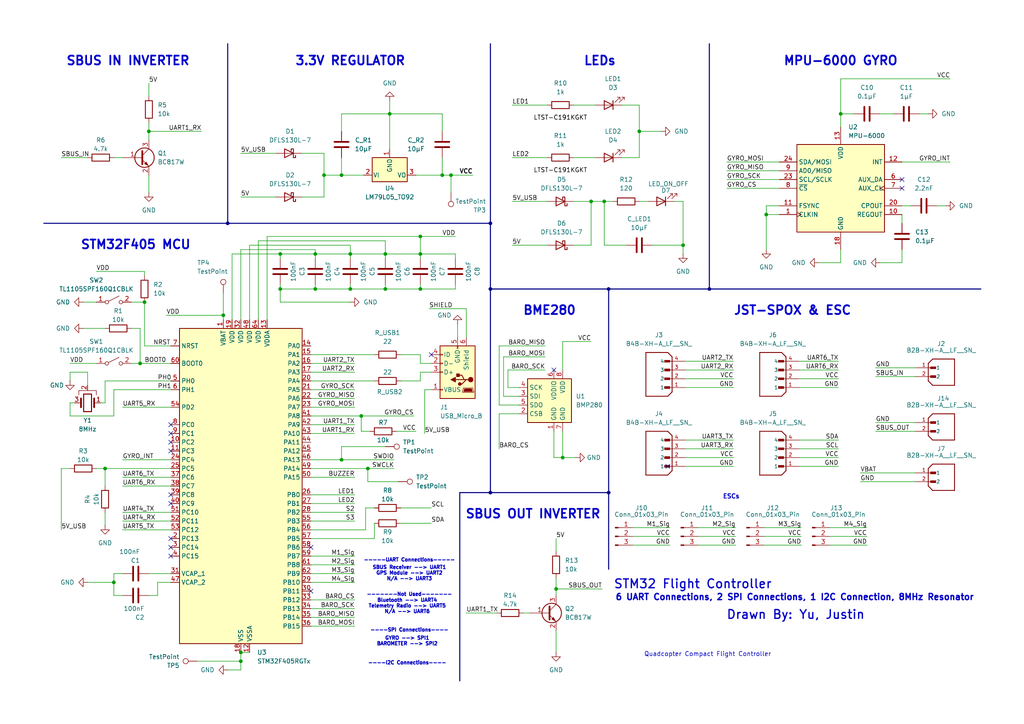
<source format=kicad_sch>
(kicad_sch (version 20231120) (generator "eeschema") (generator_version "8.0")
  (paper "A4")
  (lib_symbols
    (symbol "B2B-XH-A__LF__SN_:B2B-XH-A__LF__SN_" (pin_names (offset 1.016))
      (property "Reference" "J" (at -2.54 6.35 0))
      (property "Value" "B2B-XH-A__LF__SN_" (at -2.54 -5.08 0))
      (symbol "B2B-XH-A__LF__SN__0_0"
        (pin passive line (at -7.62 2.54 0) (length 5.08) (name "1") (number "1"))
        (pin passive line (at -7.62 0 0) (length 5.08) (name "2") (number "2"))
      )
    )
    (symbol "B4B-XH-A_LF__SN_:B4B-XH-A_LF__SN_" (pin_names (offset 1.016))
      (property "Reference" "J" (at -2.54 6.35 0))
      (property "Value" "B4B-XH-A_LF__SN_" (at -2.54 -10.16 0))
      (symbol "B4B-XH-A_LF__SN__0_0"
        (pin passive line (at -7.62 2.54 0) (length 5.08) (name "1") (number "1"))
        (pin passive line (at -7.62 0 0) (length 5.08) (name "2") (number "2"))
        (pin passive line (at -7.62 -2.54 0) (length 5.08) (name "3") (number "3"))
        (pin passive line (at -7.62 -5.08 0) (length 5.08) (name "4") (number "4"))
      )
    )
    (symbol "Connector:Conn_01x03_Pin" (pin_names (offset 1.016) hide)
      (property "Reference" "J" (at 0 5.08 0))
      (property "Value" "Conn_01x03_Pin" (at 0 -5.08 0))
      (symbol "Conn_01x03_Pin_1_1"
        (pin passive line (at 5.08 2.54 180) (length 3.81) (name "Pin_1") (number "1"))
        (pin passive line (at 5.08 0 180) (length 3.81) (name "Pin_2") (number "2"))
        (pin passive line (at 5.08 -2.54 180) (length 3.81) (name "Pin_3") (number "3"))
      )
    )
    (symbol "Connector:TestPoint" (pin_numbers hide) (pin_names (offset 0.762) hide)
      (property "Reference" "TP" (at 0 6.858 0))
      (property "Value" "TestPoint" (at 0 5.08 0))
      (symbol "TestPoint_1_1"
        (pin passive line (at 0 0 90) (length 2.54) (name "1") (number "1"))
      )
    )
    (symbol "Connector:USB_B_Micro" (pin_names (offset 1.016))
      (property "Reference" "J" (at -5.08 11.43 0))
      (property "Value" "USB_B_Micro" (at -5.08 8.89 0))
      (symbol "USB_B_Micro_1_1"
        (pin power_out line (at 7.62 5.08 180) (length 2.54) (name "VBUS") (number "1"))
        (pin bidirectional line (at 7.62 -2.54 180) (length 2.54) (name "D-") (number "2"))
        (pin bidirectional line (at 7.62 0 180) (length 2.54) (name "D+") (number "3"))
        (pin passive line (at 7.62 -5.08 180) (length 2.54) (name "ID") (number "4"))
        (pin power_out line (at 0 -10.16 90) (length 2.54) (name "GND") (number "5"))
        (pin passive line (at -2.54 -10.16 90) (length 2.54) (name "Shield") (number "6"))
      )
    )
    (symbol "Device:C" (pin_numbers hide) (pin_names (offset 0.254))
      (property "Reference" "C" (at 0.635 2.54 0))
      (property "Value" "C" (at 0.635 -2.54 0))
      (symbol "C_1_1"
        (pin passive line (at 0 3.81 270) (length 2.794) (name "~") (number "1"))
        (pin passive line (at 0 -3.81 90) (length 2.794) (name "~") (number "2"))
      )
    )
    (symbol "Device:Crystal_GND2" (pin_names (offset 1.016) hide)
      (property "Reference" "Y" (at 0 5.715 0))
      (property "Value" "Crystal_GND2" (at 0 3.81 0))
      (symbol "Crystal_GND2_1_1"
        (pin passive line (at -3.81 0 0) (length 1.27) (name "1") (number "1"))
        (pin passive line (at 0 -5.08 90) (length 1.27) (name "2") (number "2"))
        (pin passive line (at 3.81 0 180) (length 1.27) (name "3") (number "3"))
      )
    )
    (symbol "Device:D_Schottky" (pin_numbers hide) (pin_names (offset 1.016) hide)
      (property "Reference" "D" (at 0 2.54 0))
      (property "Value" "D_Schottky" (at 0 -2.54 0))
      (symbol "D_Schottky_1_1"
        (pin passive line (at -3.81 0 0) (length 2.54) (name "K") (number "1"))
        (pin passive line (at 3.81 0 180) (length 2.54) (name "A") (number "2"))
      )
    )
    (symbol "Device:LED" (pin_numbers hide) (pin_names (offset 1.016) hide)
      (property "Reference" "D" (at 0 2.54 0))
      (property "Value" "LED" (at 0 -2.54 0))
      (symbol "LED_1_1"
        (pin passive line (at -3.81 0 0) (length 2.54) (name "K") (number "1"))
        (pin passive line (at 3.81 0 180) (length 2.54) (name "A") (number "2"))
      )
    )
    (symbol "Device:R" (pin_numbers hide) (pin_names (offset 0))
      (property "Reference" "R" (at 2.032 0 90))
      (property "Value" "R" (at 0 0 90))
      (symbol "R_1_1"
        (pin passive line (at 0 3.81 270) (length 1.27) (name "~") (number "1"))
        (pin passive line (at 0 -3.81 90) (length 1.27) (name "~") (number "2"))
      )
    )
    (symbol "MCU_ST_STM32F4:STM32F405RGTx"
      (property "Reference" "U" (at -17.78 46.99 0))
      (property "Value" "STM32F405RGTx" (at 10.16 46.99 0))
      (symbol "STM32F405RGTx_1_1"
        (pin power_in line (at -5.08 48.26 270) (length 2.54) (name "VBAT") (number "1"))
        (pin bidirectional line (at -20.32 12.7 0) (length 2.54) (name "PC2") (number "10"))
        (pin bidirectional line (at -20.32 10.16 0) (length 2.54) (name "PC3") (number "11"))
        (pin power_in line (at 2.54 -48.26 90) (length 2.54) (name "VSSA") (number "12"))
        (pin power_in line (at 7.62 48.26 270) (length 2.54) (name "VDDA") (number "13"))
        (pin bidirectional line (at 20.32 40.64 180) (length 2.54) (name "PA0") (number "14"))
        (pin bidirectional line (at 20.32 38.1 180) (length 2.54) (name "PA1") (number "15"))
        (pin bidirectional line (at 20.32 35.56 180) (length 2.54) (name "PA2") (number "16"))
        (pin bidirectional line (at 20.32 33.02 180) (length 2.54) (name "PA3") (number "17"))
        (pin power_in line (at 0 -48.26 90) (length 2.54) (name "VSS") (number "18"))
        (pin power_in line (at -2.54 48.26 270) (length 2.54) (name "VDD") (number "19"))
        (pin bidirectional line (at -20.32 -15.24 0) (length 2.54) (name "PC13") (number "2"))
        (pin bidirectional line (at 20.32 30.48 180) (length 2.54) (name "PA4") (number "20"))
        (pin bidirectional line (at 20.32 27.94 180) (length 2.54) (name "PA5") (number "21"))
        (pin bidirectional line (at 20.32 25.4 180) (length 2.54) (name "PA6") (number "22"))
        (pin bidirectional line (at 20.32 22.86 180) (length 2.54) (name "PA7") (number "23"))
        (pin bidirectional line (at -20.32 7.62 0) (length 2.54) (name "PC4") (number "24"))
        (pin bidirectional line (at -20.32 5.08 0) (length 2.54) (name "PC5") (number "25"))
        (pin bidirectional line (at 20.32 -2.54 180) (length 2.54) (name "PB0") (number "26"))
        (pin bidirectional line (at 20.32 -5.08 180) (length 2.54) (name "PB1") (number "27"))
        (pin bidirectional line (at 20.32 -7.62 180) (length 2.54) (name "PB2") (number "28"))
        (pin bidirectional line (at 20.32 -27.94 180) (length 2.54) (name "PB10") (number "29"))
        (pin bidirectional line (at -20.32 -17.78 0) (length 2.54) (name "PC14") (number "3"))
        (pin bidirectional line (at 20.32 -30.48 180) (length 2.54) (name "PB11") (number "30"))
        (pin power_out line (at -20.32 -25.4 0) (length 2.54) (name "VCAP_1") (number "31"))
        (pin power_in line (at 0 48.26 270) (length 2.54) (name "VDD") (number "32"))
        (pin bidirectional line (at 20.32 -33.02 180) (length 2.54) (name "PB12") (number "33"))
        (pin bidirectional line (at 20.32 -35.56 180) (length 2.54) (name "PB13") (number "34"))
        (pin bidirectional line (at 20.32 -38.1 180) (length 2.54) (name "PB14") (number "35"))
        (pin bidirectional line (at 20.32 -40.64 180) (length 2.54) (name "PB15") (number "36"))
        (pin bidirectional line (at -20.32 2.54 0) (length 2.54) (name "PC6") (number "37"))
        (pin bidirectional line (at -20.32 0 0) (length 2.54) (name "PC7") (number "38"))
        (pin bidirectional line (at -20.32 -2.54 0) (length 2.54) (name "PC8") (number "39"))
        (pin bidirectional line (at -20.32 -20.32 0) (length 2.54) (name "PC15") (number "4"))
        (pin bidirectional line (at -20.32 -5.08 0) (length 2.54) (name "PC9") (number "40"))
        (pin bidirectional line (at 20.32 20.32 180) (length 2.54) (name "PA8") (number "41"))
        (pin bidirectional line (at 20.32 17.78 180) (length 2.54) (name "PA9") (number "42"))
        (pin bidirectional line (at 20.32 15.24 180) (length 2.54) (name "PA10") (number "43"))
        (pin bidirectional line (at 20.32 12.7 180) (length 2.54) (name "PA11") (number "44"))
        (pin bidirectional line (at 20.32 10.16 180) (length 2.54) (name "PA12") (number "45"))
        (pin bidirectional line (at 20.32 7.62 180) (length 2.54) (name "PA13") (number "46"))
        (pin power_out line (at -20.32 -27.94 0) (length 2.54) (name "VCAP_2") (number "47"))
        (pin power_in line (at 2.54 48.26 270) (length 2.54) (name "VDD") (number "48"))
        (pin bidirectional line (at 20.32 5.08 180) (length 2.54) (name "PA14") (number "49"))
        (pin bidirectional line (at -20.32 30.48 0) (length 2.54) (name "PH0") (number "5"))
        (pin bidirectional line (at 20.32 2.54 180) (length 2.54) (name "PA15") (number "50"))
        (pin bidirectional line (at -20.32 -7.62 0) (length 2.54) (name "PC10") (number "51"))
        (pin bidirectional line (at -20.32 -10.16 0) (length 2.54) (name "PC11") (number "52"))
        (pin bidirectional line (at -20.32 -12.7 0) (length 2.54) (name "PC12") (number "53"))
        (pin bidirectional line (at -20.32 22.86 0) (length 2.54) (name "PD2") (number "54"))
        (pin bidirectional line (at 20.32 -10.16 180) (length 2.54) (name "PB3") (number "55"))
        (pin bidirectional line (at 20.32 -12.7 180) (length 2.54) (name "PB4") (number "56"))
        (pin bidirectional line (at 20.32 -15.24 180) (length 2.54) (name "PB5") (number "57"))
        (pin bidirectional line (at 20.32 -17.78 180) (length 2.54) (name "PB6") (number "58"))
        (pin bidirectional line (at 20.32 -20.32 180) (length 2.54) (name "PB7") (number "59"))
        (pin bidirectional line (at -20.32 27.94 0) (length 2.54) (name "PH1") (number "6"))
        (pin input line (at -20.32 35.56 0) (length 2.54) (name "BOOT0") (number "60"))
        (pin bidirectional line (at 20.32 -22.86 180) (length 2.54) (name "PB8") (number "61"))
        (pin bidirectional line (at 20.32 -25.4 180) (length 2.54) (name "PB9") (number "62"))
        (pin passive line (at 0 -48.26 90) (length 2.54) hide (name "VSS") (number "63"))
        (pin power_in line (at 5.08 48.26 270) (length 2.54) (name "VDD") (number "64"))
        (pin input line (at -20.32 40.64 0) (length 2.54) (name "NRST") (number "7"))
        (pin bidirectional line (at -20.32 17.78 0) (length 2.54) (name "PC0") (number "8"))
        (pin bidirectional line (at -20.32 15.24 0) (length 2.54) (name "PC1") (number "9"))
      )
    )
    (symbol "Regulator_Linear:LM79L05_TO92" (pin_names (offset 0.254))
      (property "Reference" "U" (at -3.81 -3.175 0))
      (property "Value" "LM79L05_TO92" (at 0 -3.175 0))
      (symbol "LM79L05_TO92_1_1"
        (pin power_in line (at 0 7.62 270) (length 2.54) (name "GND") (number "1"))
        (pin power_in line (at -7.62 0 0) (length 2.54) (name "VI") (number "2"))
        (pin power_out line (at 7.62 0 180) (length 2.54) (name "VO") (number "3"))
      )
    )
    (symbol "Sensor_Motion:MPU-6000"
      (property "Reference" "U" (at -11.43 13.97 0))
      (property "Value" "MPU-6000" (at 7.62 -13.97 0))
      (symbol "MPU-6000_1_1"
        (pin input clock (at -17.78 -7.62 0) (length 5.08) (name "CLKIN") (number "1"))
        (pin passive line (at 17.78 -7.62 180) (length 5.08) (name "REGOUT") (number "10"))
        (pin input line (at -17.78 -5.08 0) (length 5.08) (name "FSYNC") (number "11"))
        (pin output line (at 17.78 7.62 180) (length 5.08) (name "INT") (number "12"))
        (pin power_in line (at 0 17.78 270) (length 5.08) (name "VDD") (number "13"))
        (pin power_in line (at 0 -17.78 90) (length 5.08) (name "GND") (number "18"))
        (pin passive line (at 17.78 -5.08 180) (length 5.08) (name "CPOUT") (number "20"))
        (pin input line (at -17.78 2.54 0) (length 5.08) (name "SCL/SCLK") (number "23"))
        (pin bidirectional line (at -17.78 7.62 0) (length 5.08) (name "SDA/MOSI") (number "24"))
        (pin bidirectional line (at 17.78 2.54 180) (length 5.08) (name "AUX_DA") (number "6"))
        (pin output clock (at 17.78 0 180) (length 5.08) (name "AUX_CL") (number "7"))
        (pin input line (at -17.78 0 0) (length 5.08) (name "~{CS}") (number "8"))
        (pin bidirectional line (at -17.78 5.08 0) (length 5.08) (name "AD0/MISO") (number "9"))
      )
    )
    (symbol "Sensor_Pressure:BMP280"
      (property "Reference" "U" (at -7.62 10.16 0))
      (property "Value" "BMP280" (at 5.08 10.16 0))
      (symbol "BMP280_1_1"
        (pin power_in line (at 0 -7.62 90) (length 2.54) (name "GND") (number "1"))
        (pin input line (at -10.16 -2.54 0) (length 2.54) (name "CSB") (number "2"))
        (pin bidirectional line (at -10.16 2.54 0) (length 2.54) (name "SDI") (number "3"))
        (pin input line (at -10.16 5.08 0) (length 2.54) (name "SCK") (number "4"))
        (pin bidirectional line (at -10.16 0 0) (length 2.54) (name "SDO") (number "5"))
        (pin power_in line (at 0 10.16 270) (length 2.54) (name "VDDIO") (number "6"))
        (pin power_in line (at 2.54 -7.62 90) (length 2.54) (name "GND") (number "7"))
        (pin power_in line (at 2.54 10.16 270) (length 2.54) (name "VDD") (number "8"))
      )
    )
    (symbol "Switch:SW_SPST" (pin_names (offset 0) hide)
      (property "Reference" "SW" (at 0 3.175 0))
      (property "Value" "SW_SPST" (at 0 -2.54 0))
      (symbol "SW_SPST_1_1"
        (pin passive line (at -5.08 0 0) (length 2.54) (name "A") (number "1"))
        (pin passive line (at 5.08 0 180) (length 2.54) (name "B") (number "2"))
      )
    )
    (symbol "Transistor_BJT:BC817W" (pin_names (offset 0) hide)
      (property "Reference" "Q" (at 5.08 1.905 0))
      (property "Value" "BC817W" (at 5.08 0 0))
      (symbol "BC817W_1_1"
        (pin input line (at -5.08 0 0) (length 5.715) (name "B") (number "1"))
        (pin passive line (at 2.54 -5.08 90) (length 2.54) (name "E") (number "2"))
        (pin passive line (at 2.54 5.08 270) (length 2.54) (name "C") (number "3"))
      )
    )
    (symbol "power:GND" (power) (pin_numbers hide) (pin_names (offset 0) hide)
      (property "Value" "GND" (at 0 -3.81 0))
      (symbol "GND_1_1"
        (pin power_in line (at 0 0 270) (length 0) (name "~") (number "1"))
      )
    )
  )
  (junction (at 121.92 83.82))
  (junction (at 243.84 33.02))
  (junction (at 66.04 64.77))
  (junction (at 205.74 83.82))
  (junction (at 99.06 133.35))
  (junction (at 161.29 170.815))
  (junction (at 93.98 50.8))
  (junction (at 111.76 83.82))
  (junction (at 69.85 191.77))
  (junction (at 121.92 73.66))
  (junction (at 33.02 168.91))
  (junction (at 121.92 68.58))
  (junction (at 142.24 83.82))
  (junction (at 198.12 71.12))
  (junction (at 163.195 132.715))
  (junction (at 128.27 50.8))
  (junction (at 81.28 83.82))
  (junction (at 91.44 83.82))
  (junction (at 111.76 73.66))
  (junction (at 43.18 38.1))
  (junction (at 142.24 142.875))
  (junction (at 99.06 50.8))
  (junction (at 185.42 38.1))
  (junction (at 41.91 87.63))
  (junction (at 69.85 189.23))
  (junction (at 104.775 120.65))
  (junction (at 142.24 64.77))
  (junction (at 175.26 58.42))
  (junction (at 101.6 73.66))
  (junction (at 101.6 83.82))
  (junction (at 176.53 83.82))
  (junction (at 222.25 62.23))
  (junction (at 64.77 91.44))
  (junction (at 106.68 135.89))
  (junction (at 113.03 33.02))
  (junction (at 130.81 50.8))
  (junction (at 176.53 142.875))
  (junction (at 171.45 58.42))
  (junction (at 91.44 73.66))
  (junction (at 81.28 73.66))
  (junction (at 40.64 105.41))
  (junction (at 30.48 135.89))
  (no_connect (at 49.53 146.05))
  (no_connect (at 193.675 135.255))
  (no_connect (at 49.53 125.73))
  (no_connect (at 49.53 143.51))
  (no_connect (at 125.095 102.87))
  (no_connect (at 261.62 54.61))
  (no_connect (at 49.53 130.81))
  (no_connect (at 90.17 158.75))
  (no_connect (at -9.525 154.305))
  (no_connect (at 49.53 161.29))
  (no_connect (at 49.53 123.19))
  (no_connect (at 49.53 128.27))
  (no_connect (at 49.53 156.21))
  (no_connect (at 261.62 52.07))
  (no_connect (at 160.655 107.315))
  (no_connect (at 90.17 171.45))
  (no_connect (at 49.53 158.75))
  (wire (pts (xy 266.7 33.02) (xy 269.24 33.02)))
  (wire (pts (xy 254 106.68) (xy 265.43 106.68)))
  (wire (pts (xy 243.205 112.395) (xy 231.775 112.395)))
  (bus (pts (xy 142.24 83.82) (xy 176.53 83.82)))
  (wire (pts (xy 69.85 72.39) (xy 69.85 92.71)))
  (wire (pts (xy 90.17 173.99) (xy 102.87 173.99)))
  (wire (pts (xy 265.43 139.7) (xy 249.555 139.7)))
  (wire (pts (xy 113.03 29.21) (xy 113.03 33.02)))
  (wire (pts (xy 166.37 71.12) (xy 171.45 71.12)))
  (wire (pts (xy 38.1 95.25) (xy 40.64 95.25)))
  (wire (pts (xy 81.28 83.82) (xy 91.44 83.82)))
  (wire (pts (xy 74.93 69.85) (xy 74.93 92.71)))
  (wire (pts (xy 49.53 168.91) (xy 45.72 168.91)))
  (wire (pts (xy 132.08 73.66) (xy 132.08 74.93)))
  (wire (pts (xy 243.205 104.775) (xy 231.775 104.775)))
  (wire (pts (xy 198.755 132.715) (xy 212.725 132.715)))
  (wire (pts (xy 111.76 69.85) (xy 111.76 73.66)))
  (wire (pts (xy 243.205 109.855) (xy 231.775 109.855)))
  (wire (pts (xy 128.27 33.02) (xy 128.27 38.1)))
  (wire (pts (xy 121.92 83.82) (xy 132.08 83.82)))
  (wire (pts (xy 90.17 181.61) (xy 102.87 181.61)))
  (wire (pts (xy 81.28 87.63) (xy 101.6 87.63)))
  (wire (pts (xy 243.205 107.315) (xy 231.775 107.315)))
  (wire (pts (xy 198.755 135.255) (xy 212.725 135.255)))
  (wire (pts (xy 101.6 82.55) (xy 101.6 83.82)))
  (wire (pts (xy 116.205 147.32) (xy 125.095 147.32)))
  (wire (pts (xy 111.76 73.66) (xy 121.92 73.66)))
  (wire (pts (xy 226.06 59.69) (xy 222.25 59.69)))
  (wire (pts (xy 101.6 71.12) (xy 101.6 73.66)))
  (wire (pts (xy 90.17 179.07) (xy 102.87 179.07)))
  (wire (pts (xy 93.98 44.45) (xy 93.98 50.8)))
  (wire (pts (xy 80.01 57.15) (xy 69.85 57.15)))
  (wire (pts (xy 90.17 148.59) (xy 102.87 148.59)))
  (wire (pts (xy 254 122.555) (xy 265.43 122.555)))
  (wire (pts (xy 121.92 68.58) (xy 121.92 73.66)))
  (wire (pts (xy 90.17 146.05) (xy 102.87 146.05)))
  (wire (pts (xy 116.205 151.765) (xy 125.095 151.765)))
  (wire (pts (xy 49.53 118.11) (xy 35.56 118.11)))
  (wire (pts (xy 226.06 46.99) (xy 210.82 46.99)))
  (wire (pts (xy 30.48 135.89) (xy 49.53 135.89)))
  (wire (pts (xy 121.92 102.87) (xy 121.92 105.41)))
  (wire (pts (xy 102.87 107.95) (xy 90.17 107.95)))
  (wire (pts (xy 72.39 71.12) (xy 101.6 71.12)))
  (wire (pts (xy 150.495 117.475) (xy 144.78 117.475)))
  (bus (pts (xy 176.53 165.1) (xy 176.53 142.875)))
  (wire (pts (xy 35.56 45.72) (xy 33.02 45.72)))
  (wire (pts (xy 222.25 62.23) (xy 222.25 72.39)))
  (wire (pts (xy 146.05 103.505) (xy 158.115 103.505)))
  (wire (pts (xy 69.85 44.45) (xy 80.01 44.45)))
  (wire (pts (xy 261.62 76.2) (xy 261.62 72.39)))
  (wire (pts (xy 33.02 113.03) (xy 33.02 120.65)))
  (wire (pts (xy 243.205 130.175) (xy 231.775 130.175)))
  (wire (pts (xy 90.17 163.83) (xy 102.87 163.83)))
  (wire (pts (xy 114.935 125.095) (xy 120.65 125.095)))
  (wire (pts (xy 198.755 109.855) (xy 212.725 109.855)))
  (wire (pts (xy 243.205 127.635) (xy 231.775 127.635)))
  (wire (pts (xy 171.45 71.12) (xy 171.45 58.42)))
  (wire (pts (xy 160.655 132.715) (xy 163.195 132.715)))
  (wire (pts (xy 198.755 107.315) (xy 212.725 107.315)))
  (wire (pts (xy 135.255 89.535) (xy 124.46 89.535)))
  (wire (pts (xy 132.715 97.79) (xy 132.715 93.98)))
  (wire (pts (xy 33.02 166.37) (xy 35.56 166.37)))
  (wire (pts (xy 255.27 76.2) (xy 261.62 76.2)))
  (wire (pts (xy 77.47 68.58) (xy 121.92 68.58)))
  (wire (pts (xy 198.755 127.635) (xy 212.725 127.635)))
  (wire (pts (xy 90.17 125.73) (xy 102.87 125.73)))
  (wire (pts (xy 81.28 73.66) (xy 91.44 73.66)))
  (wire (pts (xy 69.85 191.77) (xy 69.85 194.31)))
  (wire (pts (xy 198.755 104.775) (xy 212.725 104.775)))
  (wire (pts (xy 121.92 73.66) (xy 132.08 73.66)))
  (wire (pts (xy 69.85 194.31) (xy 66.04 194.31)))
  (wire (pts (xy 20.32 110.49) (xy 20.32 107.95)))
  (wire (pts (xy 198.755 112.395) (xy 212.725 112.395)))
  (wire (pts (xy 17.78 135.89) (xy 20.32 135.89)))
  (wire (pts (xy 163.195 125.095) (xy 163.195 132.715)))
  (wire (pts (xy 111.76 83.82) (xy 121.92 83.82)))
  (bus (pts (xy 142.24 142.875) (xy 133.35 142.875)))
  (bus (pts (xy 66.04 64.77) (xy 142.24 64.77)))
  (wire (pts (xy 106.045 153.67) (xy 106.045 147.32)))
  (wire (pts (xy 93.98 50.8) (xy 99.06 50.8)))
  (wire (pts (xy 271.78 59.69) (xy 274.32 59.69)))
  (wire (pts (xy 20.32 105.41) (xy 27.94 105.41)))
  (wire (pts (xy 90.17 156.21) (xy 108.585 156.21)))
  (wire (pts (xy 221.615 158.115) (xy 232.41 158.115)))
  (wire (pts (xy 49.53 110.49) (xy 30.48 110.49)))
  (wire (pts (xy 144.78 100.33) (xy 158.115 100.33)))
  (wire (pts (xy 35.56 148.59) (xy 49.53 148.59)))
  (wire (pts (xy 40.64 95.25) (xy 40.64 105.41)))
  (wire (pts (xy 33.02 168.91) (xy 33.02 172.72)))
  (wire (pts (xy 106.045 147.32) (xy 108.585 147.32)))
  (wire (pts (xy 99.06 133.35) (xy 114.3 133.35)))
  (wire (pts (xy 240.665 155.575) (xy 251.46 155.575)))
  (wire (pts (xy 175.26 58.42) (xy 175.26 71.12)))
  (wire (pts (xy 148.59 30.48) (xy 158.75 30.48)))
  (wire (pts (xy 25.4 107.95) (xy 25.4 111.76)))
  (wire (pts (xy 198.12 71.12) (xy 198.12 73.66)))
  (wire (pts (xy 99.06 50.8) (xy 105.41 50.8)))
  (wire (pts (xy 116.205 110.49) (xy 121.92 110.49)))
  (wire (pts (xy 74.93 69.85) (xy 111.76 69.85)))
  (wire (pts (xy 49.53 133.35) (xy 35.56 133.35)))
  (wire (pts (xy 254 125.095) (xy 265.43 125.095)))
  (wire (pts (xy 33.02 166.37) (xy 33.02 168.91)))
  (wire (pts (xy 90.17 143.51) (xy 102.87 143.51)))
  (wire (pts (xy 166.37 45.72) (xy 172.72 45.72)))
  (wire (pts (xy 249.555 137.16) (xy 265.43 137.16)))
  (wire (pts (xy 24.13 95.25) (xy 30.48 95.25)))
  (wire (pts (xy 150.495 114.935) (xy 146.05 114.935)))
  (wire (pts (xy 106.68 135.89) (xy 90.17 135.89)))
  (wire (pts (xy 17.78 135.89) (xy 17.78 153.67)))
  (wire (pts (xy 43.18 40.64) (xy 43.18 38.1)))
  (wire (pts (xy 144.145 177.8) (xy 135.255 177.8)))
  (wire (pts (xy 160.655 125.095) (xy 160.655 132.715)))
  (wire (pts (xy 101.6 73.66) (xy 101.6 74.93)))
  (wire (pts (xy 64.77 85.09) (xy 64.77 91.44)))
  (wire (pts (xy 43.18 38.1) (xy 43.18 35.56)))
  (wire (pts (xy 151.765 177.8) (xy 153.67 177.8)))
  (wire (pts (xy 45.72 172.72) (xy 43.18 172.72)))
  (wire (pts (xy 49.53 138.43) (xy 35.56 138.43)))
  (wire (pts (xy 261.62 46.99) (xy 275.59 46.99)))
  (wire (pts (xy 132.08 83.82) (xy 132.08 82.55)))
  (wire (pts (xy 81.28 83.82) (xy 81.28 87.63)))
  (wire (pts (xy 161.29 182.88) (xy 161.29 189.23)))
  (wire (pts (xy 120.65 50.8) (xy 128.27 50.8)))
  (wire (pts (xy 81.28 73.66) (xy 67.31 73.66)))
  (wire (pts (xy 33.02 113.03) (xy 49.53 113.03)))
  (wire (pts (xy 69.85 189.23) (xy 69.85 191.77)))
  (wire (pts (xy 25.4 168.91) (xy 33.02 168.91)))
  (wire (pts (xy 104.775 120.65) (xy 104.775 125.095)))
  (wire (pts (xy 243.84 72.39) (xy 243.84 76.2)))
  (wire (pts (xy 41.91 100.33) (xy 41.91 87.63)))
  (wire (pts (xy 180.34 30.48) (xy 185.42 30.48)))
  (wire (pts (xy 90.17 102.87) (xy 108.585 102.87)))
  (wire (pts (xy 90.17 118.11) (xy 102.87 118.11)))
  (wire (pts (xy 171.45 99.06) (xy 163.195 99.06)))
  (wire (pts (xy 90.17 115.57) (xy 102.87 115.57)))
  (wire (pts (xy 35.56 140.97) (xy 49.53 140.97)))
  (wire (pts (xy 90.17 151.13) (xy 102.87 151.13)))
  (wire (pts (xy 226.06 49.53) (xy 210.82 49.53)))
  (wire (pts (xy 87.63 44.45) (xy 93.98 44.45)))
  (wire (pts (xy 147.32 112.395) (xy 147.32 107.315)))
  (wire (pts (xy 99.06 129.54) (xy 111.76 129.54)))
  (wire (pts (xy 108.585 156.21) (xy 108.585 151.765)))
  (bus (pts (xy 142.24 64.77) (xy 142.24 83.82)))
  (wire (pts (xy 17.78 45.72) (xy 25.4 45.72)))
  (wire (pts (xy 243.84 36.83) (xy 243.84 33.02)))
  (wire (pts (xy 221.615 153.035) (xy 232.41 153.035)))
  (bus (pts (xy 205.74 12.7) (xy 205.74 83.82)))
  (wire (pts (xy 128.27 45.72) (xy 128.27 50.8)))
  (wire (pts (xy 21.59 116.84) (xy 20.32 116.84)))
  (wire (pts (xy 185.42 58.42) (xy 187.96 58.42)))
  (wire (pts (xy 90.17 110.49) (xy 108.585 110.49)))
  (wire (pts (xy 104.775 125.095) (xy 107.315 125.095)))
  (wire (pts (xy 90.17 166.37) (xy 102.87 166.37)))
  (wire (pts (xy 72.39 71.12) (xy 72.39 92.71)))
  (wire (pts (xy 147.32 107.315) (xy 158.115 107.315)))
  (wire (pts (xy 90.17 120.65) (xy 104.775 120.65)))
  (wire (pts (xy 40.64 105.41) (xy 49.53 105.41)))
  (wire (pts (xy 48.26 91.44) (xy 64.77 91.44)))
  (wire (pts (xy 125.095 113.03) (xy 123.19 113.03)))
  (wire (pts (xy 183.515 158.115) (xy 194.31 158.115)))
  (wire (pts (xy 255.27 33.02) (xy 259.08 33.02)))
  (wire (pts (xy 81.28 82.55) (xy 81.28 83.82)))
  (wire (pts (xy 202.565 155.575) (xy 213.36 155.575)))
  (wire (pts (xy 20.32 120.65) (xy 33.02 120.65)))
  (wire (pts (xy 254 109.22) (xy 265.43 109.22)))
  (wire (pts (xy 116.205 102.87) (xy 121.92 102.87)))
  (wire (pts (xy 30.48 148.59) (xy 30.48 152.4)))
  (wire (pts (xy 27.94 135.89) (xy 30.48 135.89)))
  (wire (pts (xy 113.03 33.02) (xy 128.27 33.02)))
  (wire (pts (xy 99.06 50.8) (xy 99.06 45.72)))
  (wire (pts (xy 261.62 59.69) (xy 264.16 59.69)))
  (wire (pts (xy 93.98 50.8) (xy 93.98 57.15)))
  (wire (pts (xy 185.42 45.72) (xy 180.34 45.72)))
  (wire (pts (xy 91.44 72.39) (xy 91.44 73.66)))
  (wire (pts (xy 90.17 113.03) (xy 102.87 113.03)))
  (wire (pts (xy 130.81 50.8) (xy 137.16 50.8)))
  (wire (pts (xy 175.26 58.42) (xy 177.8 58.42)))
  (wire (pts (xy 243.84 22.86) (xy 275.59 22.86)))
  (wire (pts (xy 101.6 83.82) (xy 111.76 83.82)))
  (wire (pts (xy 101.6 73.66) (xy 111.76 73.66)))
  (bus (pts (xy 142.24 142.875) (xy 176.53 142.875)))
  (wire (pts (xy 174.625 170.815) (xy 161.29 170.815)))
  (wire (pts (xy 243.205 132.715) (xy 231.775 132.715)))
  (wire (pts (xy 69.85 72.39) (xy 91.44 72.39)))
  (wire (pts (xy 144.78 120.015) (xy 144.78 130.175)))
  (wire (pts (xy 114.3 135.89) (xy 106.68 135.89)))
  (wire (pts (xy 221.615 155.575) (xy 232.41 155.575)))
  (wire (pts (xy 67.31 73.66) (xy 67.31 92.71)))
  (wire (pts (xy 106.68 135.89) (xy 106.68 139.7)))
  (bus (pts (xy 142.24 83.82) (xy 142.24 142.875)))
  (bus (pts (xy 133.35 142.875) (xy 133.35 197.485)))
  (wire (pts (xy 146.05 114.935) (xy 146.05 103.505)))
  (wire (pts (xy 91.44 83.82) (xy 101.6 83.82)))
  (wire (pts (xy 102.87 105.41) (xy 90.17 105.41)))
  (wire (pts (xy 198.755 130.175) (xy 212.725 130.175)))
  (wire (pts (xy 148.59 45.72) (xy 158.75 45.72)))
  (wire (pts (xy 77.47 68.58) (xy 77.47 92.71)))
  (wire (pts (xy 185.42 30.48) (xy 185.42 38.1)))
  (wire (pts (xy 226.06 52.07) (xy 210.82 52.07)))
  (wire (pts (xy 202.565 153.035) (xy 213.36 153.035)))
  (wire (pts (xy 29.21 116.84) (xy 30.48 116.84)))
  (wire (pts (xy 195.58 58.42) (xy 198.12 58.42)))
  (wire (pts (xy 128.27 50.8) (xy 130.81 50.8)))
  (wire (pts (xy 99.06 133.35) (xy 99.06 129.54)))
  (wire (pts (xy 202.565 158.115) (xy 213.36 158.115)))
  (wire (pts (xy 30.48 110.49) (xy 30.48 116.84)))
  (wire (pts (xy 243.205 135.255) (xy 231.775 135.255)))
  (wire (pts (xy 81.28 73.66) (xy 81.28 74.93)))
  (bus (pts (xy 66.04 12.7) (xy 66.04 64.77)))
  (wire (pts (xy 113.03 33.02) (xy 99.06 33.02)))
  (wire (pts (xy 183.515 153.035) (xy 194.31 153.035)))
  (wire (pts (xy 104.775 120.65) (xy 120.015 120.65)))
  (wire (pts (xy 123.19 113.03) (xy 123.19 125.73)))
  (wire (pts (xy 106.68 139.7) (xy 115.57 139.7)))
  (wire (pts (xy 148.59 58.42) (xy 158.75 58.42)))
  (wire (pts (xy 41.91 80.01) (xy 41.91 78.74)))
  (wire (pts (xy 121.92 105.41) (xy 125.095 105.41)))
  (wire (pts (xy 30.48 140.97) (xy 30.48 135.89)))
  (wire (pts (xy 90.17 153.67) (xy 106.045 153.67)))
  (bus (pts (xy 142.24 12.7) (xy 142.24 64.77)))
  (wire (pts (xy 161.29 167.64) (xy 161.29 170.815)))
  (wire (pts (xy 163.195 107.315) (xy 163.195 99.06)))
  (wire (pts (xy 222.25 59.69) (xy 222.25 62.23)))
  (wire (pts (xy 102.87 123.19) (xy 90.17 123.19)))
  (wire (pts (xy 198.12 58.42) (xy 198.12 71.12)))
  (wire (pts (xy 161.29 170.815) (xy 161.29 172.72)))
  (wire (pts (xy 121.92 107.95) (xy 125.095 107.95)))
  (wire (pts (xy 183.515 155.575) (xy 194.31 155.575)))
  (wire (pts (xy 90.17 168.91) (xy 102.87 168.91)))
  (wire (pts (xy 132.08 68.58) (xy 121.92 68.58)))
  (wire (pts (xy 147.32 112.395) (xy 150.495 112.395)))
  (bus (pts (xy 12.7 64.77) (xy 66.04 64.77)))
  (wire (pts (xy 185.42 38.1) (xy 191.77 38.1)))
  (wire (pts (xy 158.75 71.12) (xy 148.59 71.12)))
  (wire (pts (xy 243.84 33.02) (xy 247.65 33.02)))
  (bus (pts (xy 205.74 83.82) (xy 284.48 83.82)))
  (wire (pts (xy 93.98 57.15) (xy 87.63 57.15)))
  (wire (pts (xy 24.13 87.63) (xy 27.94 87.63)))
  (wire (pts (xy 90.17 138.43) (xy 102.87 138.43)))
  (wire (pts (xy 90.17 133.35) (xy 99.06 133.35)))
  (wire (pts (xy 261.62 62.23) (xy 261.62 64.77)))
  (wire (pts (xy 90.17 176.53) (xy 102.87 176.53)))
  (bus (pts (xy 176.53 83.82) (xy 176.53 142.875)))
  (wire (pts (xy 243.84 76.2) (xy 237.49 76.2)))
  (wire (pts (xy 171.45 58.42) (xy 175.26 58.42)))
  (wire (pts (xy 111.76 73.66) (xy 111.76 74.93)))
  (wire (pts (xy 35.56 151.13) (xy 49.53 151.13)))
  (wire (pts (xy 121.92 110.49) (xy 121.92 107.95)))
  (wire (pts (xy 91.44 82.55) (xy 91.44 83.82)))
  (wire (pts (xy 41.91 87.63) (xy 38.1 87.63)))
  (wire (pts (xy 240.665 153.035) (xy 251.46 153.035)))
  (wire (pts (xy 166.37 58.42) (xy 171.45 58.42)))
  (wire (pts (xy 166.37 30.48) (xy 172.72 30.48)))
  (wire (pts (xy 64.77 92.71) (xy 64.77 91.44)))
  (wire (pts (xy 40.64 105.41) (xy 38.1 105.41)))
  (wire (pts (xy 150.495 120.015) (xy 144.78 120.015)))
  (wire (pts (xy 45.72 168.91) (xy 45.72 172.72)))
  (wire (pts (xy 135.255 89.535) (xy 135.255 97.79)))
  (wire (pts (xy 99.06 33.02) (xy 99.06 38.1)))
  (wire (pts (xy 130.81 55.88) (xy 130.81 50.8)))
  (wire (pts (xy 144.78 117.475) (xy 144.78 100.33)))
  (wire (pts (xy 111.76 82.55) (xy 111.76 83.82)))
  (wire (pts (xy 91.44 73.66) (xy 91.44 74.93)))
  (wire (pts (xy 27.94 78.74) (xy 41.91 78.74)))
  (wire (pts (xy 113.03 43.18) (xy 113.03 33.02)))
  (wire (pts (xy 102.87 161.29) (xy 90.17 161.29)))
  (wire (pts (xy 189.23 71.12) (xy 198.12 71.12)))
  (wire (pts (xy 43.18 24.13) (xy 43.18 27.94)))
  (wire (pts (xy 69.85 189.23) (xy 72.39 189.23)))
  (bus (pts (xy 176.53 83.82) (xy 205.74 83.82)))
  (wire (pts (xy 43.18 50.8) (xy 43.18 55.88)))
  (wire (pts (xy 57.15 191.77) (xy 69.85 191.77)))
  (wire (pts (xy 49.53 153.67) (xy 35.56 153.67)))
  (wire (pts (xy 91.44 73.66) (xy 101.6 73.66)))
  (wire (pts (xy 121.92 82.55) (xy 121.92 83.82)))
  (wire (pts (xy 175.26 71.12) (xy 181.61 71.12)))
  (wire (pts (xy 161.29 156.21) (xy 161.29 160.02)))
  (wire (pts (xy 243.84 33.02) (xy 243.84 22.86)))
  (wire (pts (xy 185.42 38.1) (xy 185.42 45.72)))
  (wire (pts (xy 20.32 116.84) (xy 20.32 120.65)))
  (wire (pts (xy 41.91 100.33) (xy 49.53 100.33)))
  (wire (pts (xy 43.18 166.37) (xy 49.53 166.37)))
  (wire (pts (xy 163.195 132.715) (xy 167.005 132.715)))
  (wire (pts (xy 43.18 38.1) (xy 58.42 38.1)))
  (wire (pts (xy 121.92 73.66) (xy 121.92 74.93)))
  (wire (pts (xy 226.06 62.23) (xy 222.25 62.23)))
  (wire (pts (xy 240.665 158.115) (xy 251.46 158.115)))
  (wire (pts (xy 33.02 172.72) (xy 35.56 172.72)))
  (wire (pts (xy 20.32 107.95) (xy 25.4 107.95)))
  (wire (pts (xy 210.82 54.61) (xy 226.06 54.61)))
  (text "LTST-C191KGKT" (at 162.56 49.53 0) (effects (font (size 1.27 1.27))))
  (text "----SPI Connections----\n" (at 118.745 182.88 0) (effects (font (size 1.016 1.016) (thickness 0.254) (bold yes))))
  (text "GYRO --> SPI1\nBAROMETER --> SPI2\n" (at 118.11 186.055 0) (effects (font (size 1.016 1.016) (thickness 0.254) (bold yes))))
  (text "SBUS OUT INVERTER " (at 155.575 149.225 0) (effects (font (size 2.54 2.54) (thickness 0.508) (bold yes))))
  (text "6 UART Connections, 2 SPI Connections, 1 I2C Connection, 8MHz Resonator\n" (at 230.505 173.355 0) (effects (font (size 1.778 1.778) (thickness 0.381) (bold yes))))
  (text "3.3V REGULATOR" (at 101.6 17.78 0) (effects (font (size 2.54 2.54) (thickness 0.508) (bold yes))))
  (text "STM32 Flight Controller " (at 201.93 169.545 0) (effects (font (size 2.54 2.54) (thickness 0.381) (bold yes))))
  (text "Yu, Justin" (at 241.3 178.435 0) (effects (font (size 2.54 2.54) (thickness 0.381) (bold yes))))
  (text "SBUS Receiver --> UART1\nGPS Module --> UART2\nN/A --> UART3\n" (at 118.745 166.37 0) (effects (font (size 1.016 1.016) (thickness 0.254) (bold yes))))
  (text "-----UART Connections-----\n" (at 118.745 162.56 0) (effects (font (size 1.016 1.016) (thickness 0.254) (bold yes))))
  (text "STM32F405 MCU" (at 39.37 71.12 0) (effects (font (size 2.54 2.54) (thickness 0.508) (bold yes))))
  (text "----I2C Connections----\n" (at 118.11 192.405 0) (effects (font (size 1.016 1.016) (thickness 0.254) (bold yes))))
  (text "BME280" (at 159.385 90.17 0) (effects (font (size 2.54 2.54) (thickness 0.508) (bold yes))))
  (text "Bluetooth --> UART4\nTelemetry Radio --> UART5\nN/A --> UART6\n" (at 118.11 175.895 0) (effects (font (size 1.016 1.016) (thickness 0.254) (bold yes))))
  (text "LTST-C191KGKT" (at 162.56 34.29 0) (effects (font (size 1.27 1.27) (thickness 0.1588))))
  (text "Quadcopter Compact Flight Controller " (at 205.74 189.865 0) (effects (font (size 1.27 1.27))))
  (text "LEDs" (at 173.99 17.78 0) (effects (font (size 2.54 2.54) (thickness 0.508) (bold yes))))
  (text "-------Not Used-------\n\n" (at 118.745 173.355 0) (effects (font (size 1.016 1.016) (thickness 0.254) (bold yes))))
  (text "JST-SPOX & ESC" (at 229.87 90.17 0) (effects (font (size 2.54 2.54) (thickness 0.508) (bold yes))))
  (text "MPU-6000 GYRO" (at 243.84 17.78 0) (effects (font (size 2.54 2.54) (thickness 0.508) (bold yes))))
  (text "ESCs" (at 212.09 144.145 0) (effects (font (size 1.27 1.27) (thickness 0.254) (bold yes))))
  (text "SBUS IN INVERTER " (at 38.1 17.78 0) (effects (font (size 2.54 2.54) (thickness 0.508) (bold yes))))
  (text "Drawn By:" (at 220.345 178.435 0) (effects (font (size 2.54 2.54) (thickness 0.381) (bold yes))))
  (label "GYRO_MOSI" (at 102.87 118.11 180))
  (label "SBUS_OUT" (at 174.625 170.815 180))
  (label "GYRO_CS" (at 210.82 54.61 0))
  (label "UART4_TX" (at 35.56 148.59 0) (effects (font (thickness 0.1588))))
  (label "UART6_TX" (at 35.56 138.43 0))
  (label "BARO_CS" (at 102.87 173.99 180))
  (label "VCC" (at 251.46 155.575 180))
  (label "UART5_TX" (at 35.56 153.67 0) (effects (font (thickness 0.1588))))
  (label "UART2_TX" (at 102.87 105.41 180))
  (label "SHIELD" (at 124.46 89.535 0))
  (label "BARO_MISO" (at 102.87 179.07 180))
  (label "UART3_RX" (at 212.725 130.175 180))
  (label "UART6_TX" (at 243.205 104.775 180))
  (label "UART5_RX" (at 35.56 118.11 0) (effects (font (thickness 0.1588))))
  (label "VCC" (at 213.36 155.575 180))
  (label "UART2_TX" (at 212.725 104.775 180))
  (label "M3_Sig" (at 102.87 166.37 180))
  (label "M4_Sig" (at 251.46 153.035 180))
  (label "S2" (at 102.87 148.59 180))
  (label "VDD" (at 48.26 91.44 0))
  (label "LED2" (at 102.87 146.05 180))
  (label "GYRO_INT" (at 275.59 46.99 180))
  (label "UART4_RX" (at 35.56 151.13 0) (effects (font (thickness 0.1588))))
  (label "SWCLK" (at 114.3 135.89 180))
  (label "BARO_CS" (at 144.78 130.175 0))
  (label "5V_USB" (at 17.78 153.67 0))
  (label "PH1" (at 45.72 113.03 0))
  (label "VCC" (at 243.205 109.855 180))
  (label "SDA" (at 125.095 151.765 0))
  (label "SCL" (at 243.205 130.175 180))
  (label "GYRO_SCK" (at 210.82 52.07 0))
  (label "GND" (at 254 122.555 0))
  (label "GND" (at 212.725 135.255 180))
  (label "UART6_RX" (at 35.56 140.97 0))
  (label "BARO_MOSI" (at 102.87 181.61 180))
  (label "SWDIO" (at 114.3 133.35 180))
  (label "LED1" (at 102.87 143.51 180))
  (label "5V" (at 161.29 156.21 0))
  (label "GND" (at 212.725 112.395 180))
  (label "GND" (at 232.41 158.115 180))
  (label "VCC" (at 275.59 22.86 180))
  (label "NRST" (at 44.45 100.33 0))
  (label "VCC" (at 137.16 50.8 180) (effects (font (thickness 0.254) (bold yes))))
  (label "GYRO_MISO" (at 102.87 115.57 180))
  (label "GYRO_CS" (at 120.015 120.65 180))
  (label "M1_Sig" (at 102.87 161.29 180))
  (label "SBUS_IN" (at 254 109.22 0))
  (label "BARO_MOSI" (at 158.115 103.505 180))
  (label "UART1_RX" (at 58.42 38.1 180))
  (label "5V_USB" (at 123.19 125.73 0))
  (label "5V" (at 69.85 57.15 0))
  (label "UART2_RX" (at 212.725 107.315 180))
  (label "SDA" (at 243.205 127.635 180))
  (label "BARO_SCK" (at 102.87 176.53 180))
  (label "M1_Sig" (at 194.31 153.035 180))
  (label "GYRO_INT" (at 35.56 133.35 0))
  (label "VCC" (at 120.65 125.095 180))
  (label "M2_Sig" (at 213.36 153.035 180))
  (label "BOOT0" (at 41.91 105.41 0))
  (label "SBUS_OUT" (at 254 125.095 0))
  (label "UART6_RX" (at 243.205 107.315 180))
  (label "M3_Sig" (at 232.41 153.035 180))
  (label "5V_USB" (at 148.59 58.42 0))
  (label "5V" (at 148.59 71.12 0))
  (label "VDD" (at 132.08 68.58 180))
  (label "GYRO_SCK" (at 102.87 113.03 180))
  (label "5V_USB" (at 69.85 44.45 0))
  (label "SBUS_IN" (at 17.78 45.72 0))
  (label "GND" (at 249.555 139.7 0))
  (label "UART2_RX" (at 102.87 107.95 180))
  (label "UART1_RX" (at 102.87 125.73 180))
  (label "VDD" (at 27.94 78.74 0))
  (label "GYRO_MISO" (at 210.82 49.53 0))
  (label "UART3_TX" (at 212.725 127.635 180))
  (label "VDD" (at 20.32 105.41 0))
  (label "VCC" (at 232.41 155.575 180))
  (label "VCC" (at 243.205 132.715 180))
  (label "VCC" (at 194.31 155.575 180))
  (label "S3" (at 102.87 151.13 180))
  (label "GND" (at 243.205 112.395 180))
  (label "GND" (at 194.31 158.115 180))
  (label "VBAT" (at 249.555 137.16 0))
  (label "M4_Sig" (at 102.87 168.91 180))
  (label "LED1" (at 148.59 30.48 0) (effects (font (thickness 0.1588))))
  (label "GND" (at 254 106.68 0))
  (label "GND" (at 243.205 135.255 180))
  (label "5V" (at 43.18 24.13 0))
  (label "LED2" (at 148.59 45.72 0) (effects (font (thickness 0.1588))))
  (label "GND" (at 213.36 158.115 180))
  (label "PH0" (at 45.72 110.49 0))
  (label "M2_Sig" (at 102.87 163.83 180))
  (label "BARO_SCK" (at 158.115 107.315 180))
  (label "VCC" (at 212.725 109.855 180))
  (label "GND" (at 251.46 158.115 180))
  (label "SCL" (at 125.095 147.32 0))
  (label "BARO_MISO" (at 158.115 100.33 180))
  (label "VCC" (at 212.725 132.715 180))
  (label "UART1_TX" (at 135.255 177.8 0))
  (label "BUZZER" (at 102.87 138.43 180))
  (label "GYRO_MOSI" (at 210.82 46.99 0))
  (label "UART1_TX" (at 102.87 123.19 180))
  (label "VCC" (at 171.45 99.06 180))
  (symbol (lib_id "Device:C") (at 39.37 166.37 270) (unit 1)
    (property "Reference" "C1" (at 40.64 162.56 90) (effects (justify right)))
    (property "Value" "100nF" (at 40.64 160.02 90) (effects (justify right)))
    (property "Footprint" "test:CC0603KRX7R8BB104" (effects (hide yes)))
    (property "Description" "Unpolarized capacitor" (effects (hide yes)))
  )
  (symbol (lib_id "Device:R") (at 43.18 31.75 0) (unit 1)
    (property "Reference" "R5" (at 45.72 30.4799 0) (effects (justify left)))
    (property "Value" "10k" (at 45.72 33.0199 0) (effects (justify left)))
    (property "Footprint" "Resistor_SMD:R_0603_1608Metric_Pad0.98x0.95mm_HandSolder" (effects (hide yes)))
    (property "Description" "Resistor" (effects (hide yes)))
  )
  (symbol (lib_id "Device:R") (at 181.61 58.42 90) (unit 1)
    (property "Reference" "R12" (at 181.61 52.07 90))
    (property "Value" "120" (at 181.61 54.61 90))
    (property "Footprint" "Resistor_SMD:R_0603_1608Metric_Pad0.98x0.95mm_HandSolder" (effects (hide yes)))
    (property "Description" "Resistor" (effects (hide yes)))
  )
  (symbol (lib_id "power:GND") (at 161.29 189.23 0) (unit 1)
    (property "Reference" "#PWR01001" (effects (hide yes)))
    (property "Value" "GND" (at 161.29 194.31 0))
    (property "Description" "Power symbol creates a global label with name \"GND\" , ground" (effects (hide yes)))
  )
  (symbol (lib_id "Connector:TestPoint") (at 111.76 129.54 270) (unit 1)
    (property "Reference" "TP1" (at 116.84 128.27 90) (effects (justify left)))
    (property "Value" "TestPoint" (at 116.84 130.81 90) (effects (justify left)))
    (property "Footprint" "TestPoint:TestPoint_Pad_1.0x1.0mm" (effects (hide yes)))
    (property "Description" "test point" (effects (hide yes)))
  )
  (symbol (lib_id "B4B-XH-A_LF__SN_:B4B-XH-A_LF__SN_") (at 224.155 109.855 180) (unit 1)
    (property "Reference" "J6" (at 224.155 97.155 0))
    (property "Value" "B4B-XH-A_LF__SN_" (at 224.155 99.695 0))
    (property "Footprint" "test:JST_B4B" (effects (hide yes)))
    (property "MF" "JST Sales" (effects (hide yes)))
    (property "MAXIMUM_PACKAGE_HEIGHT" "7.00 mm" (effects (hide yes)))
    (property "Package" "None" (effects (hide yes)))
    (property "Price" "None" (effects (hide yes)))
    (property "Check_prices" "https://www.snapeda.com/parts/B4B-XH-A%20(LF)(SN)/JST/view-part/?ref=eda" (effects (hide yes)))
    (property "STANDARD" "Manufacturer Recommendations" (effects (hide yes)))
    (property "PARTREV" "7/4/21" (effects (hide yes)))
    (property "SnapEDA_Link" "https://www.snapeda.com/parts/B4B-XH-A%20(LF)(SN)/JST/view-part/?ref=snap" (effects (hide yes)))
    (property "MP" "B4B-XH-A (LF)(SN)" (effects (hide yes)))
    (property "Description_1" "\n                        \n                            Connector Header Through Hole 4 position 0.098 (2.50mm)\n                        \n" (effects (hide yes)))
    (property "Availability" "In Stock" (effects (hide yes)))
    (property "MANUFACTURER" "JST" (effects (hide yes)))
  )
  (symbol (lib_id "power:GND") (at 237.49 76.2 270) (unit 1)
    (property "Reference" "#PWR08" (effects (hide yes)))
    (property "Value" "GND" (at 233.68 76.1999 90) (effects (justify right)))
    (property "Description" "Power symbol creates a global label with name \"GND\" , ground" (effects (hide yes)))
  )
  (symbol (lib_id "Device:D_Schottky") (at 83.82 44.45 180) (unit 1)
    (property "Reference" "D1" (at 84.1375 38.1 0))
    (property "Value" "DFLS130L-7" (at 84.1375 40.64 0))
    (property "Footprint" "test:DFLS130L-7" (effects (hide yes)))
    (property "Description" "Schottky diode" (effects (hide yes)))
  )
  (symbol (lib_id "Sensor_Motion:MPU-6000") (at 243.84 54.61 0) (unit 1)
    (property "Reference" "U2" (at 246.0341 36.83 0) (effects (justify left)))
    (property "Value" "MPU-6000" (at 246.0341 39.37 0) (effects (justify left)))
    (property "Footprint" "Sensor_Motion:InvenSense_QFN-24_4x4mm_P0.5mm" (effects (hide yes)))
    (property "Datasheet" "https://invensense.tdk.com/wp-content/uploads/2015/02/MPU-6000-Datasheet1.pdf" (effects (hide yes)))
    (property "Description" "InvenSense 6-Axis Motion Sensor, Gyroscope, Accelerometer, I2C/SPI" (effects (hide yes)))
  )
  (symbol (lib_id "Connector:TestPoint") (at 130.81 55.88 180) (unit 1)
    (property "Reference" "TP3" (at 140.97 60.96 0) (effects (justify left)))
    (property "Value" "TestPoint" (at 140.97 58.42 0) (effects (justify left)))
    (property "Footprint" "TestPoint:TestPoint_Pad_1.0x1.0mm" (effects (hide yes)))
    (property "Description" "test point" (effects (hide yes)))
  )
  (symbol (lib_id "Connector:Conn_01x03_Pin") (at 216.535 155.575 0) (unit 1)
    (property "Reference" "J12" (at 224.155 147.32 0))
    (property "Value" "Conn_01x03_Pin" (at 224.155 149.225 0))
    (property "Footprint" "Connector_PinSocket_2.54mm:PinSocket_1x03_P2.54mm_Vertical" (effects (hide yes)))
    (property "Description" "Generic connector, single row, 01x03, script generated" (effects (hide yes)))
  )
  (symbol (lib_id "Device:C") (at 111.76 78.74 0) (unit 1)
    (property "Reference" "C6" (at 118.11 78.74 90))
    (property "Value" "100nF" (at 115.57 78.74 90))
    (property "Footprint" "test:CC0603KRX7R8BB104" (effects (hide yes)))
    (property "Description" "Unpolarized capacitor" (effects (hide yes)))
  )
  (symbol (lib_id "power:GND") (at 132.715 93.98 180) (unit 1)
    (property "Reference" "#PWR013" (effects (hide yes)))
    (property "Value" "GND" (at 128.905 91.44 0))
    (property "Description" "Power symbol creates a global label with name \"GND\" , ground" (effects (hide yes)))
  )
  (symbol (lib_id "Device:R") (at 112.395 102.87 90) (unit 1)
    (property "Reference" "R_USB1" (at 112.395 96.52 90))
    (property "Value" "22" (at 112.395 99.06 90))
    (property "Footprint" "Resistor_SMD:R_0603_1608Metric_Pad0.98x0.95mm_HandSolder" (effects (hide yes)))
    (property "Description" "Resistor" (effects (hide yes)))
  )
  (symbol (lib_id "Connector:Conn_01x03_Pin") (at 197.485 155.575 0) (unit 1)
    (property "Reference" "J11" (at 205.105 147.32 0))
    (property "Value" "Conn_01x03_Pin" (at 205.105 149.225 0))
    (property "Footprint" "Connector_PinSocket_2.54mm:PinSocket_1x03_P2.54mm_Vertical" (effects (hide yes)))
    (property "Description" "Generic connector, single row, 01x03, script generated" (effects (hide yes)))
  )
  (symbol (lib_id "Sensor_Pressure:BMP280") (at 160.655 117.475 0) (unit 1)
    (property "Reference" "U1" (at 167.005 114.9349 0) (effects (justify left)))
    (property "Value" "BMP280" (at 167.005 117.4749 0) (effects (justify left)))
    (property "Footprint" "test:BMP280" (effects (hide yes)))
    (property "Datasheet" "https://ae-bst.resource.bosch.com/media/_tech/media/datasheets/BST-BMP280-DS001.pdf" (effects (hide yes)))
    (property "Description" "Absolute Barometric Pressure Sensor, LGA-8" (effects (hide yes)))
  )
  (symbol (lib_id "power:GND") (at 255.27 76.2 270) (unit 1)
    (property "Reference" "#PWR012" (effects (hide yes)))
    (property "Value" "GND" (at 251.46 76.1999 90) (effects (justify right)))
    (property "Description" "Power symbol creates a global label with name \"GND\" , ground" (effects (hide yes)))
  )
  (symbol (lib_id "Device:R") (at 112.395 110.49 90) (unit 1)
    (property "Reference" "R_USB2" (at 113.03 113.665 90))
    (property "Value" "22" (at 112.395 107.95 90))
    (property "Footprint" "Resistor_SMD:R_0603_1608Metric_Pad0.98x0.95mm_HandSolder" (effects (hide yes)))
    (property "Description" "Resistor" (effects (hide yes)))
  )
  (symbol (lib_id "Device:R") (at 162.56 45.72 90) (unit 1)
    (property "Reference" "R11" (at 162.56 39.37 90))
    (property "Value" "1k" (at 162.56 41.91 90))
    (property "Footprint" "Resistor_SMD:R_0603_1608Metric_Pad0.98x0.95mm_HandSolder" (effects (hide yes)))
    (property "Description" "Resistor" (effects (hide yes)))
  )
  (symbol (lib_id "Device:R") (at 111.125 125.095 270) (unit 1)
    (property "Reference" "R7" (at 111.125 122.555 90))
    (property "Value" "10k" (at 111.125 127.635 90))
    (property "Footprint" "Resistor_SMD:R_0603_1608Metric_Pad0.98x0.95mm_HandSolder" (effects (hide yes)))
    (property "Description" "Resistor" (effects (hide yes)))
  )
  (symbol (lib_id "power:GND") (at 25.4 168.91 270) (unit 1)
    (property "Reference" "#PWR04" (effects (hide yes)))
    (property "Value" "GND" (at 21.59 168.9099 90) (effects (justify right)))
    (property "Description" "Power symbol creates a global label with name \"GND\" , ground" (effects (hide yes)))
  )
  (symbol (lib_id "power:GND") (at 113.03 29.21 180) (unit 1)
    (property "Reference" "#PWR015" (effects (hide yes)))
    (property "Value" "GND" (at 113.03 24.13 0))
    (property "Description" "Power symbol creates a global label with name \"GND\" , ground" (effects (hide yes)))
  )
  (symbol (lib_id "B2B-XH-A__LF__SN_:B2B-XH-A__LF__SN_") (at 273.05 139.7 0) (unit 1)
    (property "Reference" "J7" (at 271.78 130.175 0) (effects (justify left)))
    (property "Value" "B2B-XH-A__LF__SN_" (at 262.89 132.08 0) (effects (justify left)))
    (property "Footprint" "B2B-XH-A__LF__SN_:JST_B2B-XH-A__LF__SN_" (effects (hide yes)))
    (property "MF" "JST Sales" (effects (hide yes)))
    (property "MAXIMUM_PACKAGE_HEIGHT" "7 mm" (effects (hide yes)))
    (property "Package" "None" (effects (hide yes)))
    (property "Price" "None" (effects (hide yes)))
    (property "Check_prices" "https://www.snapeda.com/parts/B2B-XH-A%20(LF)(SN)/JST/view-part/?ref=eda" (effects (hide yes)))
    (property "STANDARD" "Manufacturer Recommendations" (effects (hide yes)))
    (property "PARTREV" "N/A" (effects (hide yes)))
    (property "SnapEDA_Link" "https://www.snapeda.com/parts/B2B-XH-A%20(LF)(SN)/JST/view-part/?ref=snap" (effects (hide yes)))
    (property "MP" "B2B-XH-A (LF)(SN)" (effects (hide yes)))
    (property "Description_1" "\n                        \n                            Connector Header Through Hole 2 position 0.098 (2.50mm)\n                        \n" (effects (hide yes)))
    (property "MANUFACTURER" "JST Sales America Inc." (effects (hide yes)))
    (property "Availability" "In Stock" (effects (hide yes)))
    (property "SNAPEDA_PN" "B2B-XH-A (LF)(SN)" (effects (hide yes)))
  )
  (symbol (lib_id "power:GND") (at 66.04 194.31 270) (unit 1)
    (property "Reference" "#PWR03" (effects (hide yes)))
    (property "Value" "GND" (at 62.23 194.3099 90) (effects (justify right)))
    (property "Description" "Power symbol creates a global label with name \"GND\" , ground" (effects (hide yes)))
  )
  (symbol (lib_id "Device:LED") (at 191.77 58.42 180) (unit 1)
    (property "Reference" "D7" (at 191.77 55.245 0) (effects (justify right)))
    (property "Value" "LED_ON_OFF" (at 187.96 53.34 0) (effects (justify right)))
    (property "Footprint" "test:LTST-C191KGKT" (effects (hide yes)))
    (property "Description" "Light emitting diode" (effects (hide yes)))
  )
  (symbol (lib_id "B2B-XH-A__LF__SN_:B2B-XH-A__LF__SN_") (at 273.05 125.095 0) (unit 1)
    (property "Reference" "J14" (at 271.78 115.57 0) (effects (justify left)))
    (property "Value" "B2B-XH-A__LF__SN_" (at 262.89 117.475 0) (effects (justify left)))
    (property "Footprint" "Connector_PinSocket_2.54mm:PinSocket_1x02_P2.54mm_Vertical" (effects (hide yes)))
    (property "MF" "JST Sales" (effects (hide yes)))
    (property "MAXIMUM_PACKAGE_HEIGHT" "7 mm" (effects (hide yes)))
    (property "Package" "None" (effects (hide yes)))
    (property "Price" "None" (effects (hide yes)))
    (property "Check_prices" "https://www.snapeda.com/parts/B2B-XH-A%20(LF)(SN)/JST/view-part/?ref=eda" (effects (hide yes)))
    (property "STANDARD" "Manufacturer Recommendations" (effects (hide yes)))
    (property "PARTREV" "N/A" (effects (hide yes)))
    (property "SnapEDA_Link" "https://www.snapeda.com/parts/B2B-XH-A%20(LF)(SN)/JST/view-part/?ref=snap" (effects (hide yes)))
    (property "MP" "B2B-XH-A (LF)(SN)" (effects (hide yes)))
    (property "Description_1" "\n                        \n                            Connector Header Through Hole 2 position 0.098 (2.50mm)\n                        \n" (effects (hide yes)))
    (property "MANUFACTURER" "JST Sales America Inc." (effects (hide yes)))
    (property "Availability" "In Stock" (effects (hide yes)))
    (property "SNAPEDA_PN" "B2B-XH-A (LF)(SN)" (effects (hide yes)))
  )
  (symbol (lib_id "B4B-XH-A_LF__SN_:B4B-XH-A_LF__SN_") (at 224.155 132.715 180) (unit 1)
    (property "Reference" "J5" (at 224.155 120.015 0))
    (property "Value" "B4B-XH-A_LF__SN_" (at 224.155 122.555 0))
    (property "Footprint" "test:JST_B4B" (effects (hide yes)))
    (property "MF" "JST Sales" (effects (hide yes)))
    (property "MAXIMUM_PACKAGE_HEIGHT" "7.00 mm" (effects (hide yes)))
    (property "Package" "None" (effects (hide yes)))
    (property "Price" "None" (effects (hide yes)))
    (property "Check_prices" "https://www.snapeda.com/parts/B4B-XH-A%20(LF)(SN)/JST/view-part/?ref=eda" (effects (hide yes)))
    (property "STANDARD" "Manufacturer Recommendations" (effects (hide yes)))
    (property "PARTREV" "7/4/21" (effects (hide yes)))
    (property "SnapEDA_Link" "https://www.snapeda.com/parts/B4B-XH-A%20(LF)(SN)/JST/view-part/?ref=snap" (effects (hide yes)))
    (property "MP" "B4B-XH-A (LF)(SN)" (effects (hide yes)))
    (property "Description_1" "\n                        \n                            Connector Header Through Hole 4 position 0.098 (2.50mm)\n                        \n" (effects (hide yes)))
    (property "Availability" "In Stock" (effects (hide yes)))
    (property "MANUFACTURER" "JST" (effects (hide yes)))
  )
  (symbol (lib_id "Switch:SW_SPST") (at 33.02 105.41 0) (unit 1)
    (property "Reference" "SW1" (at 27.94 99.06 0))
    (property "Value" "TL1105SPF160Q1CBLK" (at 27.94 101.6 0))
    (property "Footprint" "test:KMR221G LFS" (effects (hide yes)))
    (property "Description" "Single Pole Single Throw (SPST) switch" (effects (hide yes)))
  )
  (symbol (lib_id "Device:R") (at 24.13 135.89 270) (unit 1)
    (property "Reference" "R3" (at 24.13 130.81 90))
    (property "Value" "10k" (at 24.13 133.35 90))
    (property "Footprint" "Resistor_SMD:R_0603_1608Metric_Pad0.98x0.95mm_HandSolder" (effects (hide yes)))
    (property "Description" "Resistor" (effects (hide yes)))
  )
  (symbol (lib_id "Device:C") (at 101.6 78.74 0) (unit 1)
    (property "Reference" "C5" (at 107.95 78.74 90))
    (property "Value" "100nF" (at 105.41 78.74 90))
    (property "Footprint" "test:CC0603KRX7R8BB104" (effects (hide yes)))
    (property "Description" "Unpolarized capacitor" (effects (hide yes)))
  )
  (symbol (lib_id "B4B-XH-A_LF__SN_:B4B-XH-A_LF__SN_") (at 191.135 109.855 180) (unit 1)
    (property "Reference" "J3" (at 191.135 97.155 0))
    (property "Value" "B4B-XH-A_LF__SN_" (at 191.135 99.695 0))
    (property "Footprint" "test:JST_B4B" (effects (hide yes)))
    (property "MF" "JST Sales" (effects (hide yes)))
    (property "MAXIMUM_PACKAGE_HEIGHT" "7.00 mm" (effects (hide yes)))
    (property "Package" "None" (effects (hide yes)))
    (property "Price" "None" (effects (hide yes)))
    (property "Check_prices" "https://www.snapeda.com/parts/B4B-XH-A%20(LF)(SN)/JST/view-part/?ref=eda" (effects (hide yes)))
    (property "STANDARD" "Manufacturer Recommendations" (effects (hide yes)))
    (property "PARTREV" "7/4/21" (effects (hide yes)))
    (property "SnapEDA_Link" "https://www.snapeda.com/parts/B4B-XH-A%20(LF)(SN)/JST/view-part/?ref=snap" (effects (hide yes)))
    (property "MP" "B4B-XH-A (LF)(SN)" (effects (hide yes)))
    (property "Description_1" "\n                        \n                            Connector Header Through Hole 4 position 0.098 (2.50mm)\n                        \n" (effects (hide yes)))
    (property "Availability" "In Stock" (effects (hide yes)))
    (property "MANUFACTURER" "JST" (effects (hide yes)))
  )
  (symbol (lib_id "Device:Crystal_GND2") (at 25.4 116.84 180) (unit 1)
    (property "Reference" "Y1" (at 25.4 121.92 0))
    (property "Value" "8MHz" (at 25.4 124.46 0))
    (property "Footprint" "test:ABLS-8.000MHZ-B4-T" (effects (hide yes)))
    (property "Description" "Three pin crystal, GND on pin 2" (effects (hide yes)))
  )
  (symbol (lib_id "power:GND") (at 191.77 38.1 90) (unit 1)
    (property "Reference" "#PWR016" (effects (hide yes)))
    (property "Value" "GND" (at 195.58 38.0999 90) (effects (justify right)))
    (property "Description" "Power symbol creates a global label with name \"GND\" , ground" (effects (hide yes)))
  )
  (symbol (lib_id "MCU_ST_STM32F4:STM32F405RGTx") (at 69.85 140.97 0) (unit 1)
    (property "Reference" "U3" (at 74.5841 189.23 0) (effects (justify left)))
    (property "Value" "STM32F405RGTx" (at 74.5841 191.77 0) (effects (justify left)))
    (property "Footprint" "Package_QFP:LQFP-64_10x10mm_P0.5mm" (effects (hide yes)))
    (property "Datasheet" "https://www.st.com/resource/en/datasheet/stm32f405rg.pdf" (effects (hide yes)))
    (property "Description" "STMicroelectronics Arm Cortex-M4 MCU, 1024KB flash, 192KB RAM, 168 MHz, 1.8-3.6V, 51 GPIO, LQFP64" (effects (hide yes)))
  )
  (symbol (lib_id "Device:C") (at 251.46 33.02 90) (unit 1)
    (property "Reference" "C10" (at 251.46 25.4 90))
    (property "Value" "0.1µF" (at 251.46 27.94 90))
    (property "Footprint" "test:CC0603KRX7R8BB104" (effects (hide yes)))
    (property "Description" "Unpolarized capacitor" (effects (hide yes)))
  )
  (symbol (lib_id "power:GND") (at 222.25 72.39 0) (unit 1)
    (property "Reference" "#PWR010" (effects (hide yes)))
    (property "Value" "GND" (at 222.25 77.47 0))
    (property "Description" "Power symbol creates a global label with name \"GND\" , ground" (effects (hide yes)))
  )
  (symbol (lib_id "power:GND") (at 24.13 87.63 270) (unit 1)
    (property "Reference" "#PWR02" (effects (hide yes)))
    (property "Value" "GND" (at 20.32 87.6299 90) (effects (justify right)))
    (property "Description" "Power symbol creates a global label with name \"GND\" , ground" (effects (hide yes)))
  )
  (symbol (lib_id "Device:C") (at 261.62 68.58 180) (unit 1)
    (property "Reference" "C13" (at 265.43 67.3099 0) (effects (justify right)))
    (property "Value" "0.1µF" (at 265.43 69.8499 0) (effects (justify right)))
    (property "Footprint" "test:CC0603KRX7R8BB104" (effects (hide yes)))
    (property "Description" "Unpolarized capacitor" (effects (hide yes)))
  )
  (symbol (lib_id "Device:C") (at 91.44 78.74 0) (unit 1)
    (property "Reference" "C4" (at 97.79 78.74 90))
    (property "Value" "100nF" (at 95.25 78.74 90))
    (property "Footprint" "test:CC0603KRX7R8BB104" (effects (hide yes)))
    (property "Description" "Unpolarized capacitor" (effects (hide yes)))
  )
  (symbol (lib_id "Device:R") (at 112.395 147.32 270) (unit 1)
    (property "Reference" "R8" (at 112.395 142.24 90))
    (property "Value" "10k" (at 112.395 144.78 90))
    (property "Footprint" "Resistor_SMD:R_0603_1608Metric_Pad0.98x0.95mm_HandSolder" (effects (hide yes)))
    (property "Description" "Resistor" (effects (hide yes)))
  )
  (symbol (lib_id "power:GND") (at 30.48 152.4 0) (unit 1)
    (property "Reference" "#PWR07" (effects (hide yes)))
    (property "Value" "GND" (at 30.48 157.48 0))
    (property "Description" "Power symbol creates a global label with name \"GND\" , ground" (effects (hide yes)))
  )
  (symbol (lib_id "power:GND") (at 198.12 73.66 0) (unit 1)
    (property "Reference" "#PWR017" (effects (hide yes)))
    (property "Value" "GND" (at 198.12 78.74 0))
    (property "Description" "Power symbol creates a global label with name \"GND\" , ground" (effects (hide yes)))
  )
  (symbol (lib_id "B4B-XH-A_LF__SN_:B4B-XH-A_LF__SN_") (at 191.135 132.715 180) (unit 1)
    (property "Reference" "J4" (at 191.135 120.015 0))
    (property "Value" "B4B-XH-A_LF__SN_" (at 191.135 122.555 0))
    (property "Footprint" "test:JST_B4B" (effects (hide yes)))
    (property "MF" "JST Sales" (effects (hide yes)))
    (property "MAXIMUM_PACKAGE_HEIGHT" "7.00 mm" (effects (hide yes)))
    (property "Package" "None" (effects (hide yes)))
    (property "Price" "None" (effects (hide yes)))
    (property "Check_prices" "https://www.snapeda.com/parts/B4B-XH-A%20(LF)(SN)/JST/view-part/?ref=eda" (effects (hide yes)))
    (property "STANDARD" "Manufacturer Recommendations" (effects (hide yes)))
    (property "PARTREV" "7/4/21" (effects (hide yes)))
    (property "SnapEDA_Link" "https://www.snapeda.com/parts/B4B-XH-A%20(LF)(SN)/JST/view-part/?ref=snap" (effects (hide yes)))
    (property "MP" "B4B-XH-A (LF)(SN)" (effects (hide yes)))
    (property "Description_1" "\n                        \n                            Connector Header Through Hole 4 position 0.098 (2.50mm)\n                        \n" (effects (hide yes)))
    (property "Availability" "In Stock" (effects (hide yes)))
    (property "MANUFACTURER" "JST" (effects (hide yes)))
  )
  (symbol (lib_id "Device:D_Schottky") (at 83.82 57.15 180) (unit 1)
    (property "Reference" "D2" (at 84.1375 50.8 0))
    (property "Value" "DFLS130L-7" (at 84.1375 53.34 0))
    (property "Footprint" "test:DFLS130L-7" (effects (hide yes)))
    (property "Description" "Schottky diode" (effects (hide yes)))
  )
  (symbol (lib_id "Device:R") (at 29.21 45.72 90) (unit 1)
    (property "Reference" "R6" (at 29.21 40.64 90))
    (property "Value" "4.7k" (at 29.21 43.18 90))
    (property "Footprint" "Resistor_SMD:R_0603_1608Metric_Pad0.98x0.95mm_HandSolder" (effects (hide yes)))
    (property "Description" "Resistor" (effects (hide yes)))
  )
  (symbol (lib_id "Device:R") (at 161.29 163.83 0) (unit 1)
    (property "Reference" "R13" (at 163.83 162.5599 0) (effects (justify left)))
    (property "Value" "10k" (at 163.83 165.0999 0) (effects (justify left)))
    (property "Footprint" "Resistor_SMD:R_0603_1608Metric_Pad0.98x0.95mm_HandSolder" (effects (hide yes)))
    (property "Description" "Resistor" (effects (hide yes)))
  )
  (symbol (lib_id "Device:LED") (at 176.53 30.48 180) (unit 1)
    (property "Reference" "D3" (at 177.8 25.4 0))
    (property "Value" "LED1" (at 177.8 22.86 0))
    (property "Footprint" "test:LTST-C191KGKT" (effects (hide yes)))
    (property "Description" "Light emitting diode" (effects (hide yes)))
  )
  (symbol (lib_id "power:GND") (at 274.32 59.69 90) (unit 1)
    (property "Reference" "#PWR011" (effects (hide yes)))
    (property "Value" "GND" (at 278.13 59.6899 90) (effects (justify right)))
    (property "Description" "Power symbol creates a global label with name \"GND\" , ground" (effects (hide yes)))
  )
  (symbol (lib_id "power:GND") (at 101.6 87.63 90) (unit 1)
    (property "Reference" "#PWR05" (effects (hide yes)))
    (property "Value" "GND" (at 105.41 87.6299 90) (effects (justify right)))
    (property "Description" "Power symbol creates a global label with name \"GND\" , ground" (effects (hide yes)))
  )
  (symbol (lib_id "Device:C") (at 81.28 78.74 0) (unit 1)
    (property "Reference" "C3" (at 87.63 78.74 90))
    (property "Value" "100nF" (at 85.09 78.74 90))
    (property "Footprint" "test:CC0603KRX7R8BB104" (effects (hide yes)))
    (property "Description" "Unpolarized capacitor" (effects (hide yes)))
  )
  (symbol (lib_id "Connector:TestPoint") (at 57.15 191.77 90) (unit 1)
    (property "Reference" "TP5" (at 52.07 193.04 90) (effects (justify left)))
    (property "Value" "TestPoint" (at 52.07 190.5 90) (effects (justify left)))
    (property "Footprint" "TestPoint:TestPoint_Pad_1.0x1.0mm" (effects (hide yes)))
    (property "Description" "test point" (effects (hide yes)))
  )
  (symbol (lib_id "Device:C") (at 99.06 41.91 180) (unit 1)
    (property "Reference" "C_R1" (at 105.41 40.64 0))
    (property "Value" "10µF" (at 105.41 43.18 0))
    (property "Footprint" "test:CC0603KRX7R8BB104" (effects (hide yes)))
    (property "Description" "Unpolarized capacitor" (effects (hide yes)))
  )
  (symbol (lib_id "power:GND") (at 24.13 95.25 270) (unit 1)
    (property "Reference" "#PWR06" (effects (hide yes)))
    (property "Value" "GND" (at 20.32 95.2499 90) (effects (justify right)))
    (property "Description" "Power symbol creates a global label with name \"GND\" , ground" (effects (hide yes)))
  )
  (symbol (lib_id "power:GND") (at 269.24 33.02 90) (unit 1)
    (property "Reference" "#PWR09" (effects (hide yes)))
    (property "Value" "GND" (at 273.05 33.0199 90) (effects (justify right)))
    (property "Description" "Power symbol creates a global label with name \"GND\" , ground" (effects (hide yes)))
  )
  (symbol (lib_id "power:GND") (at 167.005 132.715 90) (unit 1)
    (property "Reference" "#PWR018" (effects (hide yes)))
    (property "Value" "GND" (at 170.18 132.7149 90) (effects (justify right)))
    (property "Description" "Power symbol creates a global label with name \"GND\" , ground" (effects (hide yes)))
  )
  (symbol (lib_id "Device:R") (at 34.29 95.25 270) (unit 1)
    (property "Reference" "R1" (at 34.29 90.17 90))
    (property "Value" "10k" (at 34.29 92.71 90))
    (property "Footprint" "Resistor_SMD:R_0603_1608Metric_Pad0.98x0.95mm_HandSolder" (effects (hide yes)))
    (property "Description" "Resistor" (effects (hide yes)))
  )
  (symbol (lib_id "Connector:Conn_01x03_Pin") (at 235.585 155.575 0) (unit 1)
    (property "Reference" "J13" (at 242.57 147.32 0))
    (property "Value" "Conn_01x03_Pin" (at 243.205 149.225 0))
    (property "Footprint" "Connector_PinSocket_2.54mm:PinSocket_1x03_P2.54mm_Vertical" (effects (hide yes)))
    (property "Description" "Generic connector, single row, 01x03, script generated" (effects (hide yes)))
  )
  (symbol (lib_id "Device:R") (at 112.395 151.765 270) (unit 1)
    (property "Reference" "R9" (at 112.395 154.305 90))
    (property "Value" "10k" (at 112.395 156.845 90))
    (property "Footprint" "Resistor_SMD:R_0603_1608Metric_Pad0.98x0.95mm_HandSolder" (effects (hide yes)))
    (property "Description" "Resistor" (effects (hide yes)))
  )
  (symbol (lib_id "Device:R") (at 147.955 177.8 90) (unit 1)
    (property "Reference" "R14" (at 147.955 172.72 90))
    (property "Value" "4.7k" (at 147.955 175.26 90))
    (property "Footprint" "Resistor_SMD:R_0603_1608Metric_Pad0.98x0.95mm_HandSolder" (effects (hide yes)))
    (property "Description" "Resistor" (effects (hide yes)))
  )
  (symbol (lib_id "Transistor_BJT:BC817W") (at 40.64 45.72 0) (unit 1)
    (property "Reference" "Q1" (at 45.72 44.4499 0) (effects (justify left)))
    (property "Value" "BC817W" (at 45.72 46.9899 0) (effects (justify left)))
    (property "Footprint" "Package_TO_SOT_SMD:SOT-323_SC-70" (effects (hide yes)))
    (property "Datasheet" "https://www.onsemi.com/pub/Collateral/BC818-D.pdf" (effects (hide yes)))
    (property "Description" "0.8A Ic, 45V Vce, NPN Transistor, SOT-323" (effects (hide yes)))
  )
  (symbol (lib_id "Connector:TestPoint") (at 64.77 85.09 0) (unit 1)
    (property "Reference" "TP4" (at 57.15 76.2 0) (effects (justify left)))
    (property "Value" "TestPoint" (at 57.15 78.74 0) (effects (justify left)))
    (property "Footprint" "TestPoint:TestPoint_Pad_1.0x1.0mm" (effects (hide yes)))
    (property "Description" "test point" (effects (hide yes)))
  )
  (symbol (lib_id "Device:C") (at 121.92 78.74 0) (unit 1)
    (property "Reference" "C7" (at 128.27 78.74 90))
    (property "Value" "100nF" (at 125.73 78.74 90))
    (property "Footprint" "test:CC0603KRX7R8BB104" (effects (hide yes)))
    (property "Description" "Unpolarized capacitor" (effects (hide yes)))
  )
  (symbol (lib_id "Device:C") (at 132.08 78.74 180) (unit 1)
    (property "Reference" "C8" (at 138.43 78.74 90))
    (property "Value" "100nF" (at 135.89 78.74 90))
    (property "Footprint" "test:CC0603KRX7R8BB104" (effects (hide yes)))
    (property "Description" "Unpolarized capacitor" (effects (hide yes)))
  )
  (symbol (lib_id "Device:C") (at 262.89 33.02 90) (unit 1)
    (property "Reference" "C11" (at 262.89 25.4 90))
    (property "Value" "1µF" (at 262.89 27.94 90))
    (property "Footprint" "test:CC0603KRX7R8BB104" (effects (hide yes)))
    (property "Description" "Unpolarized capacitor" (effects (hide yes)))
  )
  (symbol (lib_id "Device:D_Schottky") (at 162.56 58.42 180) (unit 1)
    (property "Reference" "D5" (at 162.8775 52.07 0))
    (property "Value" "DFLS130L-7" (at 162.8775 54.61 0))
    (property "Footprint" "test:DFLS130L-7" (effects (hide yes)))
    (property "Description" "Schottky diode" (effects (hide yes)))
  )
  (symbol (lib_id "Device:R") (at 30.48 144.78 0) (unit 1)
    (property "Reference" "R4" (at 25.4 144.78 90))
    (property "Value" "10k" (at 27.94 144.78 90))
    (property "Footprint" "Resistor_SMD:R_0603_1608Metric_Pad0.98x0.95mm_HandSolder" (effects (hide yes)))
    (property "Description" "Resistor" (effects (hide yes)))
  )
  (symbol (lib_id "Device:R") (at 41.91 83.82 180) (unit 1)
    (property "Reference" "R2" (at 44.45 82.5499 0) (effects (justify right)))
    (property "Value" "10k" (at 44.45 85.0899 0) (effects (justify right)))
    (property "Footprint" "Resistor_SMD:R_0603_1608Metric_Pad0.98x0.95mm_HandSolder" (effects (hide yes)))
    (property "Description" "Resistor" (effects (hide yes)))
  )
  (symbol (lib_id "Device:C") (at 185.42 71.12 270) (unit 1)
    (property "Reference" "C_LED1" (at 185.42 63.5 90))
    (property "Value" "10μF" (at 185.42 66.04 90))
    (property "Footprint" "test:CC0603KRX7R8BB104" (effects (hide yes)))
    (property "Description" "Unpolarized capacitor" (effects (hide yes)))
  )
  (symbol (lib_id "power:GND") (at 20.32 110.49 0) (unit 1)
    (property "Reference" "#PWR01" (effects (hide yes)))
    (property "Value" "GND" (at 16.51 111.76 0))
    (property "Description" "Power symbol creates a global label with name \"GND\" , ground" (effects (hide yes)))
  )
  (symbol (lib_id "Device:D_Schottky") (at 162.56 71.12 180) (unit 1)
    (property "Reference" "D6" (at 162.8775 64.77 0))
    (property "Value" "DFLS130L-7" (at 162.8775 67.31 0))
    (property "Footprint" "test:DFLS130L-7" (effects (hide yes)))
    (property "Description" "Schottky diode" (effects (hide yes)))
  )
  (symbol (lib_id "Device:LED") (at 176.53 45.72 180) (unit 1)
    (property "Reference" "D4" (at 177.8 40.64 0))
    (property "Value" "LED2" (at 177.8 38.1 0))
    (property "Footprint" "test:LTST-C191KGKT" (effects (hide yes)))
    (property "Description" "Light emitting diode" (effects (hide yes)))
  )
  (symbol (lib_id "Device:C") (at 128.27 41.91 180) (unit 1)
    (property "Reference" "C_R2" (at 120.65 40.64 0))
    (property "Value" "10µF" (at 120.65 43.18 0))
    (property "Footprint" "test:CC0603KRX7R8BB104" (effects (hide yes)))
    (property "Description" "Unpolarized capacitor" (effects (hide yes)))
  )
  (symbol (lib_id "Connector:USB_B_Micro") (at 132.715 107.95 180) (unit 1)
    (property "Reference" "J1" (at 127.635 118.11 0) (effects (justify right)))
    (property "Value" "USB_Micro_B" (at 127.635 120.65 0) (effects (justify right)))
    (property "Footprint" "test:USB_C" (effects (hide yes)))
    (property "Description" "USB Micro Type B connector" (effects (hide yes)))
  )
  (symbol (lib_id "Regulator_Linear:LM79L05_TO92") (at 113.03 50.8 0) (unit 1)
    (property "Reference" "U4" (at 113.03 54.61 0))
    (property "Value" "LM79L05_TO92" (at 113.03 57.15 0))
    (property "Footprint" "Package_TO_SOT_THT:TO-92_Inline" (effects (hide yes)))
    (property "Datasheet" "http://www.ti.com/lit/ds/symlink/lm79l.pdf" (effects (hide yes)))
    (property "Description" "3-Terminal Negative Regulator, -5V, TO-92" (effects (hide yes)))
  )
  (symbol (lib_id "Connector:Conn_01x03_Pin") (at 178.435 155.575 0) (unit 1)
    (property "Reference" "J10" (at 186.055 147.32 0))
    (property "Value" "Conn_01x03_Pin" (at 186.055 149.225 0))
    (property "Footprint" "Connector_PinSocket_2.54mm:PinSocket_1x03_P2.54mm_Vertical" (effects (hide yes)))
    (property "Description" "Generic connector, single row, 01x03, script generated" (effects (hide yes)))
  )
  (symbol (lib_id "Device:R") (at 162.56 30.48 90) (unit 1)
    (property "Reference" "R10" (at 162.56 24.13 90))
    (property "Value" "1k" (at 162.56 26.67 90))
    (property "Footprint" "Resistor_SMD:R_0603_1608Metric_Pad0.98x0.95mm_HandSolder" (effects (hide yes)))
    (property "Description" "Resistor" (effects (hide yes)))
  )
  (symbol (lib_id "Switch:SW_SPST") (at 33.02 87.63 0) (unit 1)
    (property "Reference" "SW2" (at 27.94 81.28 0))
    (property "Value" "TL1105SPF160Q1CBLK" (at 27.94 83.82 0))
    (property "Footprint" "test:KMR221G LFS" (effects (hide yes)))
    (property "Description" "Single Pole Single Throw (SPST) switch" (effects (hide yes)))
  )
  (symbol (lib_id "Transistor_BJT:BC817W") (at 158.75 177.8 0) (unit 1)
    (property "Reference" "Q2" (at 163.83 176.5299 0) (effects (justify left)))
    (property "Value" "BC817W" (at 163.83 179.0699 0) (effects (justify left)))
    (property "Footprint" "Package_TO_SOT_SMD:SOT-323_SC-70" (effects (hide yes)))
    (property "Datasheet" "https://www.onsemi.com/pub/Collateral/BC818-D.pdf" (effects (hide yes)))
    (property "Description" "0.8A Ic, 45V Vce, NPN Transistor, SOT-323" (effects (hide yes)))
  )
  (symbol (lib_id "B2B-XH-A__LF__SN_:B2B-XH-A__LF__SN_") (at 273.05 109.22 0) (unit 1)
    (property "Reference" "J2" (at 271.78 99.695 0) (effects (justify left)))
    (property "Value" "B2B-XH-A__LF__SN_" (at 262.89 101.6 0) (effects (justify left)))
    (property "Footprint" "Connector_PinSocket_2.54mm:PinSocket_1x02_P2.54mm_Vertical" (effects (hide yes)))
    (property "MF" "JST Sales" (effects (hide yes)))
    (property "MAXIMUM_PACKAGE_HEIGHT" "7 mm" (effects (hide yes)))
    (property "Package" "None" (effects (hide yes)))
    (property "Price" "None" (effects (hide yes)))
    (property "Check_prices" "https://www.snapeda.com/parts/B2B-XH-A%20(LF)(SN)/JST/view-part/?ref=eda" (effects (hide yes)))
    (property "STANDARD" "Manufacturer Recommendations" (effects (hide yes)))
    (property "PARTREV" "N/A" (effects (hide yes)))
    (property "SnapEDA_Link" "https://www.snapeda.com/parts/B2B-XH-A%20(LF)(SN)/JST/view-part/?ref=snap" (effects (hide yes)))
    (property "MP" "B2B-XH-A (LF)(SN)" (effects (hide yes)))
    (property "Description_1" "\n                        \n                            Connector Header Through Hole 2 position 0.098 (2.50mm)\n                        \n" (effects (hide yes)))
    (property "MANUFACTURER" "JST Sales America Inc." (effects (hide yes)))
    (property "Availability" "In Stock" (effects (hide yes)))
    (property "SNAPEDA_PN" "B2B-XH-A (LF)(SN)" (effects (hide yes)))
  )
  (symbol (lib_id "power:GND") (at 43.18 55.88 0) (unit 1)
    (property "Reference" "#PWR014" (effects (hide yes)))
    (property "Value" "GND" (at 43.18 60.96 0))
    (property "Description" "Power symbol creates a global label with name \"GND\" , ground" (effects (hide yes)))
  )
  (symbol (lib_id "Device:C") (at 267.97 59.69 270) (unit 1)
    (property "Reference" "C12" (at 267.97 52.07 90))
    (property "Value" "2.2nF" (at 267.97 54.61 90))
    (property "Footprint" "test:CC0603KRX7R8BB104" (effects (hide yes)))
    (property "Description" "Unpolarized capacitor" (effects (hide yes)))
  )
  (symbol (lib_id "Device:C") (at 39.37 172.72 270) (unit 1)
    (property "Reference" "C2" (at 41.91 179.07 90) (effects (justify right)))
    (property "Value" "100nF" (at 41.91 176.53 90) (effects (justify right)))
    (property "Footprint" "test:CC0603KRX7R8BB104" (effects (hide yes)))
    (property "Description" "Unpolarized capacitor" (effects (hide yes)))
  )
  (symbol (lib_id "Connector:TestPoint") (at 115.57 139.7 270) (unit 1)
    (property "Reference" "TP2" (at 120.65 138.43 90) (effects (justify left)))
    (property "Value" "TestPoint" (at 120.65 140.97 90) (effects (justify left)))
    (property "Footprint" "TestPoint:TestPoint_Pad_1.0x1.0mm" (effects (hide yes)))
    (property "Description" "test point" (effects (hide yes)))
  )
)
</source>
